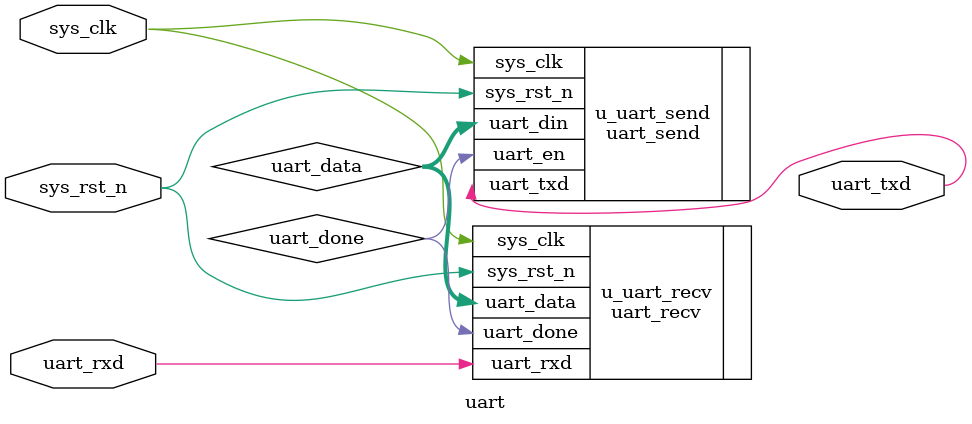
<source format=v>
`timescale 1ns / 1ps


module uart(
    input   sys_clk,
    input   sys_rst_n,
    
    input   uart_rxd,
    output  uart_txd
    );
    
wire[7:0] uart_data;
wire uart_done;

uart_recv u_uart_recv(
    .sys_clk(sys_clk),
    .sys_rst_n(sys_rst_n),
        
    .uart_rxd(uart_rxd),
    .uart_data(uart_data),
    .uart_done(uart_done)
);

uart_send u_uart_send(
    .sys_clk(sys_clk),
    .sys_rst_n(sys_rst_n), 
             
    .uart_en(uart_done), 
    .uart_din(uart_data),   
    .uart_txd(uart_txd)
);

endmodule

</source>
